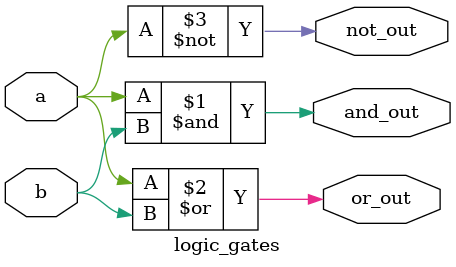
<source format=v>
module logic_gates(
    input a, b,
    output and_out, or_out, not_out
);
    assign and_out = a & b;  // AND gate
    assign or_out  = a | b;  // OR gate
    assign not_out = ~a;     // NOT gate
endmodule

</source>
